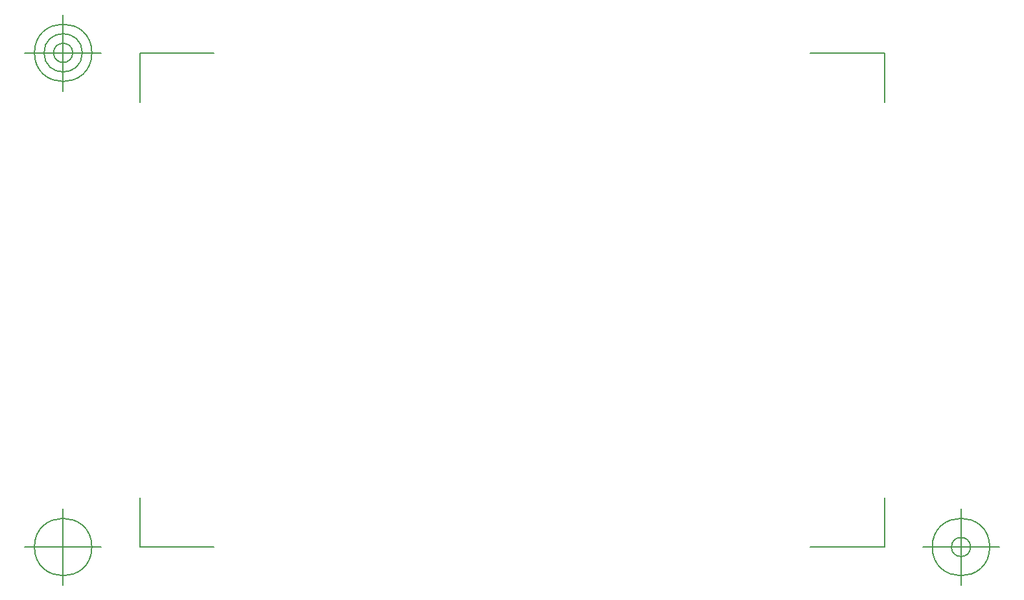
<source format=gbr>
G04 Generated by Ultiboard 13.0 *
%FSLAX25Y25*%
%MOIN*%

%ADD10C,0.00001*%
%ADD11C,0.00500*%


G04 ColorRGB FF14FF for the following layer *
%LNSilkscreen Bottom*%
%LPD*%
G54D10*
G54D11*
X20500Y65500D02*
X20500Y90950D01*
X20500Y65500D02*
X58804Y65500D01*
X403535Y65500D02*
X365232Y65500D01*
X403535Y65500D02*
X403535Y90950D01*
X403535Y320000D02*
X403535Y294550D01*
X403535Y320000D02*
X365232Y320000D01*
X20500Y320000D02*
X58804Y320000D01*
X20500Y320000D02*
X20500Y294550D01*
X815Y65500D02*
X-38555Y65500D01*
X-18870Y45815D02*
X-18870Y85185D01*
X-33634Y65500D02*
G75*
D01*
G02X-33634Y65500I14764J0*
G01*
X423220Y65500D02*
X462591Y65500D01*
X442906Y45815D02*
X442906Y85185D01*
X428142Y65500D02*
G75*
D01*
G02X428142Y65500I14764J0*
G01*
X437984Y65500D02*
G75*
D01*
G02X437984Y65500I4922J0*
G01*
X815Y320000D02*
X-38555Y320000D01*
X-18870Y300315D02*
X-18870Y339685D01*
X-33634Y320000D02*
G75*
D01*
G02X-33634Y320000I14764J0*
G01*
X-28713Y320000D02*
G75*
D01*
G02X-28713Y320000I9843J0*
G01*
X-23791Y320000D02*
G75*
D01*
G02X-23791Y320000I4921J0*
G01*

M02*

</source>
